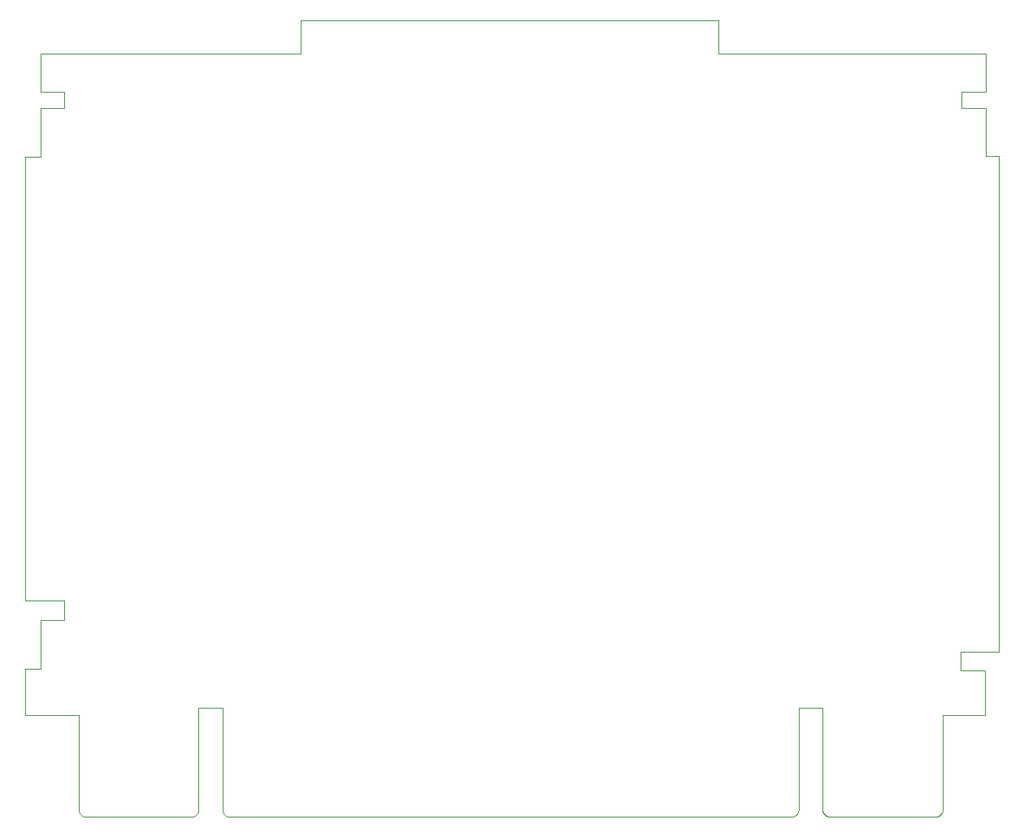
<source format=gbr>
G04 (created by PCBNEW-RS274X (2010-12-16 BZR 2663)-testing) date Thu 06 Jan 2011 04:43:38 AM CET*
G01*
G70*
G90*
%MOIN*%
G04 Gerber Fmt 3.4, Leading zero omitted, Abs format*
%FSLAX34Y34*%
G04 APERTURE LIST*
%ADD10C,0.004000*%
G04 APERTURE END LIST*
G54D10*
X74541Y-54369D02*
X74565Y-54367D01*
X74588Y-54364D01*
X74612Y-54359D01*
X74635Y-54352D01*
X74657Y-54343D01*
X74679Y-54332D01*
X74699Y-54319D01*
X74718Y-54304D01*
X74736Y-54288D01*
X74752Y-54270D01*
X74767Y-54251D01*
X74780Y-54230D01*
X74791Y-54209D01*
X74800Y-54187D01*
X74807Y-54164D01*
X74812Y-54140D01*
X74815Y-54117D01*
X74817Y-54093D01*
X69895Y-54093D02*
X69897Y-54117D01*
X69900Y-54140D01*
X69905Y-54164D01*
X69912Y-54187D01*
X69921Y-54209D01*
X69932Y-54230D01*
X69945Y-54251D01*
X69960Y-54270D01*
X69976Y-54288D01*
X69994Y-54304D01*
X70013Y-54319D01*
X70034Y-54332D01*
X70055Y-54343D01*
X70077Y-54352D01*
X70100Y-54359D01*
X70124Y-54364D01*
X70147Y-54367D01*
X70171Y-54369D01*
X68635Y-54369D02*
X68659Y-54367D01*
X68682Y-54364D01*
X68706Y-54359D01*
X68729Y-54352D01*
X68751Y-54343D01*
X68773Y-54332D01*
X68793Y-54319D01*
X68812Y-54304D01*
X68830Y-54288D01*
X68846Y-54270D01*
X68861Y-54251D01*
X68874Y-54230D01*
X68885Y-54209D01*
X68894Y-54187D01*
X68901Y-54164D01*
X68906Y-54140D01*
X68909Y-54117D01*
X68911Y-54093D01*
X45289Y-54093D02*
X45291Y-54117D01*
X45294Y-54140D01*
X45299Y-54164D01*
X45306Y-54187D01*
X45315Y-54209D01*
X45326Y-54230D01*
X45339Y-54251D01*
X45354Y-54270D01*
X45370Y-54288D01*
X45388Y-54304D01*
X45407Y-54319D01*
X45428Y-54332D01*
X45449Y-54343D01*
X45471Y-54352D01*
X45494Y-54359D01*
X45518Y-54364D01*
X45541Y-54367D01*
X45565Y-54369D01*
X44029Y-54369D02*
X44053Y-54367D01*
X44076Y-54364D01*
X44100Y-54359D01*
X44123Y-54352D01*
X44145Y-54343D01*
X44167Y-54332D01*
X44187Y-54319D01*
X44206Y-54304D01*
X44224Y-54288D01*
X44240Y-54270D01*
X44255Y-54251D01*
X44268Y-54230D01*
X44279Y-54209D01*
X44288Y-54187D01*
X44295Y-54164D01*
X44300Y-54140D01*
X44303Y-54117D01*
X44305Y-54093D01*
X39383Y-54093D02*
X39385Y-54117D01*
X39388Y-54140D01*
X39393Y-54164D01*
X39400Y-54187D01*
X39409Y-54209D01*
X39420Y-54230D01*
X39433Y-54251D01*
X39448Y-54270D01*
X39464Y-54288D01*
X39482Y-54304D01*
X39501Y-54319D01*
X39522Y-54332D01*
X39543Y-54343D01*
X39565Y-54352D01*
X39588Y-54359D01*
X39612Y-54364D01*
X39635Y-54367D01*
X39659Y-54369D01*
X48478Y-23069D02*
X37809Y-23069D01*
X65624Y-21691D02*
X48478Y-21691D01*
X76588Y-23069D02*
X65624Y-23069D01*
X48478Y-23069D02*
X48478Y-21691D01*
X65624Y-21691D02*
X65624Y-23069D01*
X76588Y-23069D02*
X76588Y-24644D01*
X76588Y-24644D02*
X75604Y-24644D01*
X75604Y-24644D02*
X75604Y-25313D01*
X75604Y-25313D02*
X76588Y-25313D01*
X76588Y-25313D02*
X76588Y-27282D01*
X76588Y-27282D02*
X77139Y-27282D01*
X77139Y-27282D02*
X77139Y-47597D01*
X77139Y-47597D02*
X75565Y-47597D01*
X75565Y-47597D02*
X75565Y-48384D01*
X75565Y-48384D02*
X76549Y-48384D01*
X76549Y-48384D02*
X76549Y-50195D01*
X76549Y-50195D02*
X74817Y-50195D01*
X74817Y-50195D02*
X74817Y-50235D01*
X37179Y-27321D02*
X37809Y-27321D01*
X37809Y-27321D02*
X37809Y-25313D01*
X37809Y-25313D02*
X38793Y-25313D01*
X38793Y-25313D02*
X38793Y-24644D01*
X38793Y-24644D02*
X37809Y-24644D01*
X37809Y-24644D02*
X37809Y-23069D01*
X37179Y-45510D02*
X37179Y-27321D01*
X39383Y-54093D02*
X39383Y-50235D01*
X39383Y-50235D02*
X39383Y-50195D01*
X39383Y-50195D02*
X37179Y-50195D01*
X37179Y-50195D02*
X37179Y-48306D01*
X37179Y-48306D02*
X37809Y-48306D01*
X37809Y-48306D02*
X37809Y-46298D01*
X37809Y-46298D02*
X38793Y-46298D01*
X38793Y-46298D02*
X38793Y-45510D01*
X38793Y-45510D02*
X37179Y-45510D01*
X44029Y-54369D02*
X39659Y-54369D01*
X45289Y-54093D02*
X45289Y-49920D01*
X45289Y-49920D02*
X44305Y-49920D01*
X44305Y-49920D02*
X44305Y-54093D01*
X74817Y-54093D02*
X74817Y-50235D01*
X70171Y-54369D02*
X74541Y-54369D01*
X68911Y-54093D02*
X68911Y-49920D01*
X68911Y-49920D02*
X69895Y-49920D01*
X69895Y-49920D02*
X69895Y-54093D01*
X68635Y-54369D02*
X45565Y-54369D01*
M02*

</source>
